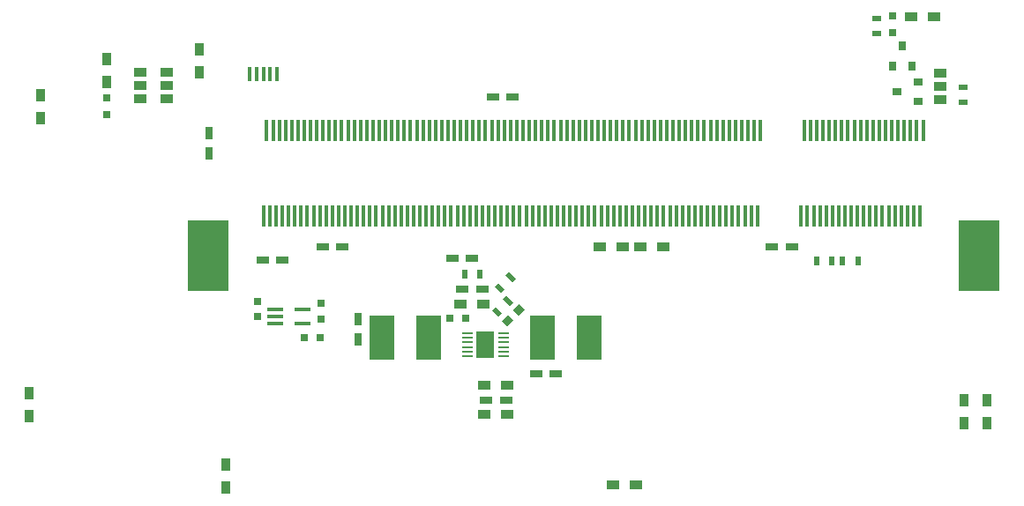
<source format=gtp>
G04 #@! TF.FileFunction,Paste,Top*
%FSLAX46Y46*%
G04 Gerber Fmt 4.6, Leading zero omitted, Abs format (unit mm)*
G04 Created by KiCad (PCBNEW 4.0.6) date Wed Nov 22 12:30:10 2017*
%MOMM*%
%LPD*%
G01*
G04 APERTURE LIST*
%ADD10C,0.100000*%
%ADD11R,0.800000X0.750000*%
%ADD12R,0.750000X0.800000*%
%ADD13R,0.500000X0.900000*%
%ADD14R,0.900000X0.500000*%
%ADD15R,0.900000X0.800000*%
%ADD16R,0.800000X0.900000*%
%ADD17R,1.200000X0.900000*%
%ADD18R,0.900000X1.200000*%
%ADD19R,4.000000X6.800000*%
%ADD20R,0.350000X2.000000*%
%ADD21R,1.500000X0.400000*%
%ADD22R,2.400000X4.200000*%
%ADD23R,1.270000X0.970000*%
%ADD24R,0.800000X0.800000*%
%ADD25R,0.750000X1.200000*%
%ADD26R,1.200000X0.750000*%
%ADD27R,0.400000X1.350000*%
%ADD28R,1.000000X0.250000*%
%ADD29R,1.700000X2.500000*%
G04 APERTURE END LIST*
D10*
G36*
X95623091Y-59953305D02*
X94986695Y-59316909D01*
X95340249Y-58963355D01*
X95976645Y-59599751D01*
X95623091Y-59953305D01*
X95623091Y-59953305D01*
G37*
G36*
X96683751Y-58892645D02*
X96047355Y-58256249D01*
X96400909Y-57902695D01*
X97037305Y-58539091D01*
X96683751Y-58892645D01*
X96683751Y-58892645D01*
G37*
G36*
X96146909Y-60188695D02*
X96783305Y-60825091D01*
X96429751Y-61178645D01*
X95793355Y-60542249D01*
X96146909Y-60188695D01*
X96146909Y-60188695D01*
G37*
G36*
X95086249Y-61249355D02*
X95722645Y-61885751D01*
X95369091Y-62239305D01*
X94732695Y-61602909D01*
X95086249Y-61249355D01*
X95086249Y-61249355D01*
G37*
G36*
X96225992Y-63181338D02*
X95695662Y-62651008D01*
X96261348Y-62085322D01*
X96791678Y-62615652D01*
X96225992Y-63181338D01*
X96225992Y-63181338D01*
G37*
G36*
X97286652Y-62120678D02*
X96756322Y-61590348D01*
X97322008Y-61024662D01*
X97852338Y-61554992D01*
X97286652Y-62120678D01*
X97286652Y-62120678D01*
G37*
D11*
X92215000Y-62367000D03*
X90715000Y-62367000D03*
D12*
X78372000Y-60970000D03*
X78372000Y-62470000D03*
D11*
X76745000Y-64272000D03*
X78245000Y-64272000D03*
D12*
X72276000Y-60740000D03*
X72276000Y-62240000D03*
D13*
X129910000Y-56906000D03*
X128410000Y-56906000D03*
X125894000Y-56906000D03*
X127394000Y-56906000D03*
D14*
X131712000Y-35062000D03*
X131712000Y-33562000D03*
X139967000Y-40166000D03*
X139967000Y-41666000D03*
D13*
X93612000Y-58176000D03*
X92112000Y-58176000D03*
D15*
X135617000Y-41600000D03*
X135617000Y-39700000D03*
X133617000Y-40650000D03*
D16*
X133175000Y-38205000D03*
X135075000Y-38205000D03*
X134125000Y-36205000D03*
D17*
X106398000Y-78369000D03*
X108598000Y-78369000D03*
D18*
X50305000Y-71765000D03*
X50305000Y-69565000D03*
X51448000Y-40990000D03*
X51448000Y-43190000D03*
X142253000Y-72441000D03*
X142253000Y-70241000D03*
D17*
X137214000Y-33411000D03*
X135014000Y-33411000D03*
D18*
X140094000Y-72441000D03*
X140094000Y-70241000D03*
X69228000Y-76464000D03*
X69228000Y-78664000D03*
D17*
X111179000Y-55509000D03*
X108979000Y-55509000D03*
X105085000Y-55509000D03*
X107285000Y-55509000D03*
D18*
X66688000Y-36545000D03*
X66688000Y-38745000D03*
D17*
X94036000Y-71638000D03*
X96236000Y-71638000D03*
X96236000Y-68844000D03*
X94036000Y-68844000D03*
X91750000Y-61033500D03*
X93950000Y-61033500D03*
D18*
X57798000Y-39675000D03*
X57798000Y-37475000D03*
D19*
X67470000Y-56365000D03*
X141470000Y-56365000D03*
D20*
X136120000Y-44365000D03*
X135520000Y-44365000D03*
X134920000Y-44365000D03*
X134320000Y-44365000D03*
X133720000Y-44365000D03*
X133120000Y-44365000D03*
X132520000Y-44365000D03*
X131920000Y-44365000D03*
X131320000Y-44365000D03*
X130720000Y-44365000D03*
X130120000Y-44365000D03*
X129520000Y-44365000D03*
X128920000Y-44365000D03*
X128320000Y-44365000D03*
X127720000Y-44365000D03*
X127120000Y-44365000D03*
X126520000Y-44365000D03*
X125920000Y-44365000D03*
X125320000Y-44365000D03*
X124720000Y-44365000D03*
X120520000Y-44365000D03*
X119920000Y-44365000D03*
X119320000Y-44365000D03*
X118720000Y-44365000D03*
X118120000Y-44365000D03*
X117520000Y-44365000D03*
X116920000Y-44365000D03*
X116320000Y-44365000D03*
X115720000Y-44365000D03*
X115120000Y-44365000D03*
X114520000Y-44365000D03*
X113920000Y-44365000D03*
X113320000Y-44365000D03*
X112720000Y-44365000D03*
X112120000Y-44365000D03*
X111520000Y-44365000D03*
X110920000Y-44365000D03*
X110320000Y-44365000D03*
X109720000Y-44365000D03*
X109120000Y-44365000D03*
X108520000Y-44365000D03*
X107920000Y-44365000D03*
X107320000Y-44365000D03*
X106720000Y-44365000D03*
X106120000Y-44365000D03*
X105520000Y-44365000D03*
X104920000Y-44365000D03*
X104320000Y-44365000D03*
X103720000Y-44365000D03*
X103120000Y-44365000D03*
X102520000Y-44365000D03*
X101920000Y-44365000D03*
X101320000Y-44365000D03*
X100720000Y-44365000D03*
X100120000Y-44365000D03*
X99520000Y-44365000D03*
X98920000Y-44365000D03*
X98320000Y-44365000D03*
X97720000Y-44365000D03*
X97120000Y-44365000D03*
X96520000Y-44365000D03*
X95920000Y-44365000D03*
X95320000Y-44365000D03*
X94720000Y-44365000D03*
X94120000Y-44365000D03*
X93520000Y-44365000D03*
X92920000Y-44365000D03*
X92320000Y-44365000D03*
X91720000Y-44365000D03*
X91120000Y-44365000D03*
X90520000Y-44365000D03*
X89920000Y-44365000D03*
X89320000Y-44365000D03*
X88720000Y-44365000D03*
X88120000Y-44365000D03*
X87520000Y-44365000D03*
X86920000Y-44365000D03*
X86320000Y-44365000D03*
X85720000Y-44365000D03*
X85120000Y-44365000D03*
X84520000Y-44365000D03*
X83920000Y-44365000D03*
X83320000Y-44365000D03*
X82720000Y-44365000D03*
X82120000Y-44365000D03*
X81520000Y-44365000D03*
X80920000Y-44365000D03*
X80320000Y-44365000D03*
X79720000Y-44365000D03*
X79120000Y-44365000D03*
X78520000Y-44365000D03*
X77920000Y-44365000D03*
X77320000Y-44365000D03*
X76720000Y-44365000D03*
X76120000Y-44365000D03*
X75520000Y-44365000D03*
X74920000Y-44365000D03*
X74320000Y-44365000D03*
X73720000Y-44365000D03*
X73120000Y-44365000D03*
X135820000Y-52565000D03*
X135220000Y-52565000D03*
X134620000Y-52565000D03*
X134020000Y-52565000D03*
X133420000Y-52565000D03*
X132820000Y-52565000D03*
X132220000Y-52565000D03*
X131620000Y-52565000D03*
X131020000Y-52565000D03*
X130420000Y-52565000D03*
X129820000Y-52565000D03*
X129220000Y-52565000D03*
X128620000Y-52565000D03*
X128020000Y-52565000D03*
X127420000Y-52565000D03*
X126820000Y-52565000D03*
X126220000Y-52565000D03*
X125620000Y-52565000D03*
X125020000Y-52565000D03*
X124420000Y-52565000D03*
X120220000Y-52565000D03*
X119620000Y-52565000D03*
X119020000Y-52565000D03*
X118420000Y-52565000D03*
X117820000Y-52565000D03*
X117220000Y-52565000D03*
X116620000Y-52565000D03*
X116020000Y-52565000D03*
X115420000Y-52565000D03*
X114820000Y-52565000D03*
X114220000Y-52565000D03*
X113620000Y-52565000D03*
X113020000Y-52565000D03*
X112420000Y-52565000D03*
X111820000Y-52565000D03*
X111220000Y-52565000D03*
X110620000Y-52565000D03*
X110020000Y-52565000D03*
X109420000Y-52565000D03*
X108820000Y-52565000D03*
X108220000Y-52565000D03*
X107620000Y-52565000D03*
X107020000Y-52565000D03*
X106420000Y-52565000D03*
X105820000Y-52565000D03*
X105220000Y-52565000D03*
X104620000Y-52565000D03*
X104020000Y-52565000D03*
X103420000Y-52565000D03*
X102820000Y-52565000D03*
X102220000Y-52565000D03*
X101620000Y-52565000D03*
X101020000Y-52565000D03*
X100420000Y-52565000D03*
X99820000Y-52565000D03*
X99220000Y-52565000D03*
X98620000Y-52565000D03*
X98020000Y-52565000D03*
X97420000Y-52565000D03*
X96820000Y-52565000D03*
X96220000Y-52565000D03*
X95620000Y-52565000D03*
X95020000Y-52565000D03*
X94420000Y-52565000D03*
X93820000Y-52565000D03*
X93220000Y-52565000D03*
X92620000Y-52565000D03*
X92020000Y-52565000D03*
X91420000Y-52565000D03*
X90820000Y-52565000D03*
X90220000Y-52565000D03*
X89620000Y-52565000D03*
X89020000Y-52565000D03*
X88420000Y-52565000D03*
X87820000Y-52565000D03*
X87220000Y-52565000D03*
X86620000Y-52565000D03*
X86020000Y-52565000D03*
X85420000Y-52565000D03*
X84820000Y-52565000D03*
X84220000Y-52565000D03*
X83620000Y-52565000D03*
X83020000Y-52565000D03*
X82420000Y-52565000D03*
X81820000Y-52565000D03*
X81220000Y-52565000D03*
X80620000Y-52565000D03*
X80020000Y-52565000D03*
X79420000Y-52565000D03*
X78820000Y-52565000D03*
X78220000Y-52565000D03*
X77620000Y-52565000D03*
X77020000Y-52565000D03*
X76420000Y-52565000D03*
X75820000Y-52565000D03*
X75220000Y-52565000D03*
X74620000Y-52565000D03*
X74020000Y-52565000D03*
X73420000Y-52565000D03*
X72820000Y-52565000D03*
D21*
X73927000Y-61575000D03*
X73927000Y-62225000D03*
X73927000Y-62875000D03*
X76587000Y-62875000D03*
X76587000Y-61575000D03*
D22*
X99581000Y-64272000D03*
X104081000Y-64272000D03*
X88659000Y-64272000D03*
X84159000Y-64272000D03*
D23*
X63513000Y-38745000D03*
X63513000Y-40015000D03*
X63513000Y-41285000D03*
X60973000Y-38745000D03*
X60973000Y-40015000D03*
X60973000Y-41285000D03*
D24*
X133236000Y-33335000D03*
X133236000Y-34935000D03*
X57798000Y-41209000D03*
X57798000Y-42809000D03*
D25*
X81928000Y-62494000D03*
X81928000Y-64394000D03*
D26*
X100851000Y-67701000D03*
X98951000Y-67701000D03*
X96086000Y-70241000D03*
X94186000Y-70241000D03*
X91902500Y-59636500D03*
X93802500Y-59636500D03*
X92845000Y-56652000D03*
X90945000Y-56652000D03*
X96721000Y-41158000D03*
X94821000Y-41158000D03*
X78500000Y-55500000D03*
X80400000Y-55500000D03*
X121620000Y-55565000D03*
X123520000Y-55565000D03*
D25*
X67564000Y-44643000D03*
X67564000Y-46543000D03*
D23*
X137808000Y-38872000D03*
X137808000Y-40142000D03*
X137808000Y-41412000D03*
D27*
X74095000Y-38915000D03*
X73445000Y-38915000D03*
X72795000Y-38915000D03*
X72145000Y-38915000D03*
X71495000Y-38915000D03*
D26*
X74610000Y-56769000D03*
X72710000Y-56769000D03*
D28*
X92420000Y-64265000D03*
X92420000Y-64715000D03*
X92420000Y-65165000D03*
X92420000Y-65615000D03*
X92420000Y-63815000D03*
X95820000Y-63815000D03*
X95820000Y-64265000D03*
X95820000Y-64715000D03*
X95820000Y-65165000D03*
X95820000Y-65615000D03*
D29*
X94120000Y-64940000D03*
D28*
X92420000Y-66065000D03*
X95820000Y-66065000D03*
M02*

</source>
